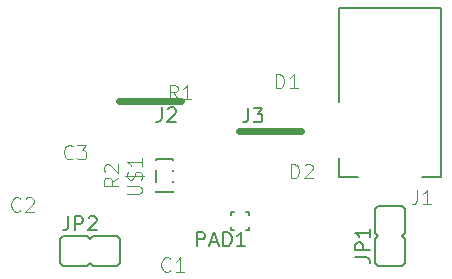
<source format=gbr>
G04 #@! TF.GenerationSoftware,KiCad,Pcbnew,(5.0.0)*
G04 #@! TF.CreationDate,2020-02-21T08:36:11-08:00*
G04 #@! TF.ProjectId,12V Power Circuit V4,31325620506F77657220436972637569,rev?*
G04 #@! TF.SameCoordinates,Original*
G04 #@! TF.FileFunction,Legend,Top*
G04 #@! TF.FilePolarity,Positive*
%FSLAX46Y46*%
G04 Gerber Fmt 4.6, Leading zero omitted, Abs format (unit mm)*
G04 Created by KiCad (PCBNEW (5.0.0)) date 02/21/20 08:36:11*
%MOMM*%
%LPD*%
G01*
G04 APERTURE LIST*
%ADD10C,0.152400*%
%ADD11C,0.203200*%
%ADD12C,0.609600*%
%ADD13C,0.150000*%
%ADD14C,0.101600*%
%ADD15C,0.127000*%
G04 APERTURE END LIST*
D10*
G04 #@! TO.C,U$1*
X144121100Y-108910600D02*
X144121100Y-108866600D01*
X144121100Y-106210600D02*
X144121100Y-106166600D01*
X145591100Y-106166600D02*
X145591100Y-106210600D01*
X145591100Y-108866600D02*
X145591100Y-108910600D01*
X145591100Y-107016600D02*
X145591100Y-107110600D01*
X145591100Y-107966600D02*
X145591100Y-108060600D01*
X144121100Y-108060600D02*
X144121100Y-107016600D01*
X145591100Y-108910600D02*
X144121100Y-108910600D01*
X144121100Y-106166600D02*
X145591100Y-106166600D01*
G04 #@! TO.C,JP1*
X162890100Y-115158600D02*
X164922100Y-115158600D01*
X162890100Y-115158600D02*
X162636100Y-114904600D01*
X162636100Y-112872600D02*
X162636100Y-114904600D01*
X162636100Y-110332600D02*
X162636100Y-112364600D01*
X162636100Y-110332600D02*
X162890100Y-110078600D01*
X164922100Y-110078600D02*
X162890100Y-110078600D01*
X165176100Y-110332600D02*
X165176100Y-112364600D01*
X165176100Y-110332600D02*
X164922100Y-110078600D01*
X164922100Y-115158600D02*
X165176100Y-114904600D01*
X165176100Y-112872600D02*
X165176100Y-114904600D01*
X164922100Y-112618600D02*
X165176100Y-112872600D01*
X164922100Y-112618600D02*
X165176100Y-112364600D01*
X162890100Y-112618600D02*
X162636100Y-112872600D01*
X162890100Y-112618600D02*
X162636100Y-112364600D01*
G04 #@! TO.C,JP2*
X135966100Y-112872600D02*
X135966100Y-114904600D01*
X135966100Y-112872600D02*
X136220100Y-112618600D01*
X138252100Y-112618600D02*
X136220100Y-112618600D01*
X140792100Y-112618600D02*
X138760100Y-112618600D01*
X140792100Y-112618600D02*
X141046100Y-112872600D01*
X141046100Y-114904600D02*
X141046100Y-112872600D01*
X140792100Y-115158600D02*
X138760100Y-115158600D01*
X140792100Y-115158600D02*
X141046100Y-114904600D01*
X135966100Y-114904600D02*
X136220100Y-115158600D01*
X138252100Y-115158600D02*
X136220100Y-115158600D01*
X138506100Y-114904600D02*
X138252100Y-115158600D01*
X138506100Y-114904600D02*
X138760100Y-115158600D01*
X138506100Y-112872600D02*
X138252100Y-112618600D01*
X138506100Y-112872600D02*
X138760100Y-112618600D01*
D11*
G04 #@! TO.C,J1*
X159606100Y-106028600D02*
X159606100Y-107628600D01*
X159606100Y-93328600D02*
X159606100Y-101278600D01*
X159606100Y-107628600D02*
X161206100Y-107628600D01*
X166606100Y-107628600D02*
X168206100Y-107628600D01*
X168206100Y-107628600D02*
X168206100Y-93328600D01*
X168206100Y-93328600D02*
X159606100Y-93328600D01*
D12*
G04 #@! TO.C,J2*
X146202300Y-101188600D02*
X140969900Y-101188600D01*
D10*
G04 #@! TO.C,PAD1*
X151968100Y-110586600D02*
X151968100Y-110840600D01*
X151714100Y-110586600D02*
X151968100Y-110586600D01*
X150444100Y-110586600D02*
X150698100Y-110586600D01*
X150444100Y-110840600D02*
X150444100Y-110586600D01*
X150444100Y-112110600D02*
X150698100Y-112110600D01*
X150444100Y-112110600D02*
X150444100Y-111856600D01*
X151968100Y-112110600D02*
X151968100Y-111856600D01*
X151968100Y-112110600D02*
X151714100Y-112110600D01*
D12*
G04 #@! TO.C,J3*
X151129900Y-103728600D02*
X156362300Y-103728600D01*
G04 #@! TO.C,@HOLE0*
D13*
G04 #@! TO.C,@HOLE1*
G04 #@! TO.C,@HOLE2*
G04 #@! TO.C,@HOLE3*
G04 #@! TO.C,U$1*
D14*
X141687147Y-109090298D02*
X142663838Y-109090298D01*
X142778742Y-109032845D01*
X142836195Y-108975393D01*
X142893647Y-108860488D01*
X142893647Y-108630679D01*
X142836195Y-108515774D01*
X142778742Y-108458321D01*
X142663838Y-108400869D01*
X141687147Y-108400869D01*
X142836195Y-107883798D02*
X142893647Y-107711440D01*
X142893647Y-107424179D01*
X142836195Y-107309274D01*
X142778742Y-107251821D01*
X142663838Y-107194369D01*
X142548933Y-107194369D01*
X142434028Y-107251821D01*
X142376576Y-107309274D01*
X142319123Y-107424179D01*
X142261671Y-107653988D01*
X142204219Y-107768893D01*
X142146766Y-107826345D01*
X142031861Y-107883798D01*
X141916957Y-107883798D01*
X141802052Y-107826345D01*
X141744600Y-107768893D01*
X141687147Y-107653988D01*
X141687147Y-107366726D01*
X141744600Y-107194369D01*
X141514790Y-107539083D02*
X143066004Y-107539083D01*
X142893647Y-106045321D02*
X142893647Y-106734750D01*
X142893647Y-106390036D02*
X141687147Y-106390036D01*
X141859504Y-106504940D01*
X141974409Y-106619845D01*
X142031861Y-106734750D01*
G04 #@! TO.C,D1*
X154269401Y-100131147D02*
X154269401Y-98924647D01*
X154556663Y-98924647D01*
X154729020Y-98982100D01*
X154843925Y-99097004D01*
X154901378Y-99211909D01*
X154958830Y-99441719D01*
X154958830Y-99614076D01*
X154901378Y-99843885D01*
X154843925Y-99958790D01*
X154729020Y-100073695D01*
X154556663Y-100131147D01*
X154269401Y-100131147D01*
X156107878Y-100131147D02*
X155418449Y-100131147D01*
X155763163Y-100131147D02*
X155763163Y-98924647D01*
X155648259Y-99097004D01*
X155533354Y-99211909D01*
X155418449Y-99269361D01*
G04 #@! TO.C,D2*
X155539401Y-107751147D02*
X155539401Y-106544647D01*
X155826663Y-106544647D01*
X155999020Y-106602100D01*
X156113925Y-106717004D01*
X156171378Y-106831909D01*
X156228830Y-107061719D01*
X156228830Y-107234076D01*
X156171378Y-107463885D01*
X156113925Y-107578790D01*
X155999020Y-107693695D01*
X155826663Y-107751147D01*
X155539401Y-107751147D01*
X156688449Y-106659552D02*
X156745901Y-106602100D01*
X156860806Y-106544647D01*
X157148068Y-106544647D01*
X157262973Y-106602100D01*
X157320425Y-106659552D01*
X157377878Y-106774457D01*
X157377878Y-106889361D01*
X157320425Y-107061719D01*
X156630997Y-107751147D01*
X157377878Y-107751147D01*
G04 #@! TO.C,C1*
X145316202Y-115557742D02*
X145258750Y-115615195D01*
X145086393Y-115672647D01*
X144971488Y-115672647D01*
X144799131Y-115615195D01*
X144684226Y-115500290D01*
X144626774Y-115385385D01*
X144569321Y-115155576D01*
X144569321Y-114983219D01*
X144626774Y-114753409D01*
X144684226Y-114638504D01*
X144799131Y-114523600D01*
X144971488Y-114466147D01*
X145086393Y-114466147D01*
X145258750Y-114523600D01*
X145316202Y-114581052D01*
X146465250Y-115672647D02*
X145775821Y-115672647D01*
X146120536Y-115672647D02*
X146120536Y-114466147D01*
X146005631Y-114638504D01*
X145890726Y-114753409D01*
X145775821Y-114810861D01*
G04 #@! TO.C,C2*
X132616202Y-110477742D02*
X132558750Y-110535195D01*
X132386393Y-110592647D01*
X132271488Y-110592647D01*
X132099131Y-110535195D01*
X131984226Y-110420290D01*
X131926774Y-110305385D01*
X131869321Y-110075576D01*
X131869321Y-109903219D01*
X131926774Y-109673409D01*
X131984226Y-109558504D01*
X132099131Y-109443600D01*
X132271488Y-109386147D01*
X132386393Y-109386147D01*
X132558750Y-109443600D01*
X132616202Y-109501052D01*
X133075821Y-109501052D02*
X133133274Y-109443600D01*
X133248179Y-109386147D01*
X133535440Y-109386147D01*
X133650345Y-109443600D01*
X133707798Y-109501052D01*
X133765250Y-109615957D01*
X133765250Y-109730861D01*
X133707798Y-109903219D01*
X133018369Y-110592647D01*
X133765250Y-110592647D01*
G04 #@! TO.C,C3*
X137061202Y-106032742D02*
X137003750Y-106090195D01*
X136831393Y-106147647D01*
X136716488Y-106147647D01*
X136544131Y-106090195D01*
X136429226Y-105975290D01*
X136371774Y-105860385D01*
X136314321Y-105630576D01*
X136314321Y-105458219D01*
X136371774Y-105228409D01*
X136429226Y-105113504D01*
X136544131Y-104998600D01*
X136716488Y-104941147D01*
X136831393Y-104941147D01*
X137003750Y-104998600D01*
X137061202Y-105056052D01*
X137463369Y-104941147D02*
X138210250Y-104941147D01*
X137808083Y-105400766D01*
X137980440Y-105400766D01*
X138095345Y-105458219D01*
X138152798Y-105515671D01*
X138210250Y-105630576D01*
X138210250Y-105917838D01*
X138152798Y-106032742D01*
X138095345Y-106090195D01*
X137980440Y-106147647D01*
X137635726Y-106147647D01*
X137520821Y-106090195D01*
X137463369Y-106032742D01*
G04 #@! TO.C,R1*
X145951202Y-101067647D02*
X145549036Y-100493123D01*
X145261774Y-101067647D02*
X145261774Y-99861147D01*
X145721393Y-99861147D01*
X145836298Y-99918600D01*
X145893750Y-99976052D01*
X145951202Y-100090957D01*
X145951202Y-100263314D01*
X145893750Y-100378219D01*
X145836298Y-100435671D01*
X145721393Y-100493123D01*
X145261774Y-100493123D01*
X147100250Y-101067647D02*
X146410821Y-101067647D01*
X146755536Y-101067647D02*
X146755536Y-99861147D01*
X146640631Y-100033504D01*
X146525726Y-100148409D01*
X146410821Y-100205861D01*
G04 #@! TO.C,R2*
X140925147Y-107713497D02*
X140350623Y-108115663D01*
X140925147Y-108402925D02*
X139718647Y-108402925D01*
X139718647Y-107943306D01*
X139776100Y-107828401D01*
X139833552Y-107770949D01*
X139948457Y-107713497D01*
X140120814Y-107713497D01*
X140235719Y-107770949D01*
X140293171Y-107828401D01*
X140350623Y-107943306D01*
X140350623Y-108402925D01*
X139833552Y-107253878D02*
X139776100Y-107196425D01*
X139718647Y-107081520D01*
X139718647Y-106794259D01*
X139776100Y-106679354D01*
X139833552Y-106621901D01*
X139948457Y-106564449D01*
X140063361Y-106564449D01*
X140235719Y-106621901D01*
X140925147Y-107311330D01*
X140925147Y-106564449D01*
G04 #@! TO.C,JP1*
D15*
X160991147Y-114444073D02*
X161852933Y-114444073D01*
X162025290Y-114501526D01*
X162140195Y-114616430D01*
X162197647Y-114788788D01*
X162197647Y-114903692D01*
X162197647Y-113869550D02*
X160991147Y-113869550D01*
X160991147Y-113409930D01*
X161048600Y-113295026D01*
X161106052Y-113237573D01*
X161220957Y-113180121D01*
X161393314Y-113180121D01*
X161508219Y-113237573D01*
X161565671Y-113295026D01*
X161623123Y-113409930D01*
X161623123Y-113869550D01*
X162197647Y-112031073D02*
X162197647Y-112720502D01*
X162197647Y-112375788D02*
X160991147Y-112375788D01*
X161163504Y-112490692D01*
X161278409Y-112605597D01*
X161335861Y-112720502D01*
G04 #@! TO.C,JP2*
X136680626Y-110973647D02*
X136680626Y-111835433D01*
X136623173Y-112007790D01*
X136508269Y-112122695D01*
X136335911Y-112180147D01*
X136221007Y-112180147D01*
X137255150Y-112180147D02*
X137255150Y-110973647D01*
X137714769Y-110973647D01*
X137829673Y-111031100D01*
X137887126Y-111088552D01*
X137944578Y-111203457D01*
X137944578Y-111375814D01*
X137887126Y-111490719D01*
X137829673Y-111548171D01*
X137714769Y-111605623D01*
X137255150Y-111605623D01*
X138404197Y-111088552D02*
X138461650Y-111031100D01*
X138576554Y-110973647D01*
X138863816Y-110973647D01*
X138978721Y-111031100D01*
X139036173Y-111088552D01*
X139093626Y-111203457D01*
X139093626Y-111318361D01*
X139036173Y-111490719D01*
X138346745Y-112180147D01*
X139093626Y-112180147D01*
G04 #@! TO.C,J1*
D14*
X166213750Y-108751147D02*
X166213750Y-109612933D01*
X166156298Y-109785290D01*
X166041393Y-109900195D01*
X165869036Y-109957647D01*
X165754131Y-109957647D01*
X167420250Y-109957647D02*
X166730821Y-109957647D01*
X167075536Y-109957647D02*
X167075536Y-108751147D01*
X166960631Y-108923504D01*
X166845726Y-109038409D01*
X166730821Y-109095861D01*
G04 #@! TO.C,J2*
D15*
X144607240Y-101766147D02*
X144607240Y-102627933D01*
X144549788Y-102800290D01*
X144434883Y-102915195D01*
X144262526Y-102972647D01*
X144147621Y-102972647D01*
X145124311Y-101881052D02*
X145181764Y-101823600D01*
X145296669Y-101766147D01*
X145583930Y-101766147D01*
X145698835Y-101823600D01*
X145756288Y-101881052D01*
X145813740Y-101995957D01*
X145813740Y-102110861D01*
X145756288Y-102283219D01*
X145066859Y-102972647D01*
X145813740Y-102972647D01*
G04 #@! TO.C,PAD1*
X147576621Y-113513647D02*
X147576621Y-112307147D01*
X148036240Y-112307147D01*
X148151145Y-112364600D01*
X148208597Y-112422052D01*
X148266050Y-112536957D01*
X148266050Y-112709314D01*
X148208597Y-112824219D01*
X148151145Y-112881671D01*
X148036240Y-112939123D01*
X147576621Y-112939123D01*
X148725669Y-113168933D02*
X149300192Y-113168933D01*
X148610764Y-113513647D02*
X149012930Y-112307147D01*
X149415097Y-113513647D01*
X149817264Y-113513647D02*
X149817264Y-112307147D01*
X150104526Y-112307147D01*
X150276883Y-112364600D01*
X150391788Y-112479504D01*
X150449240Y-112594409D01*
X150506692Y-112824219D01*
X150506692Y-112996576D01*
X150449240Y-113226385D01*
X150391788Y-113341290D01*
X150276883Y-113456195D01*
X150104526Y-113513647D01*
X149817264Y-113513647D01*
X151655740Y-113513647D02*
X150966311Y-113513647D01*
X151311026Y-113513647D02*
X151311026Y-112307147D01*
X151196121Y-112479504D01*
X151081216Y-112594409D01*
X150966311Y-112651861D01*
G04 #@! TO.C,J3*
X151920626Y-101829647D02*
X151920626Y-102691433D01*
X151863173Y-102863790D01*
X151748269Y-102978695D01*
X151575911Y-103036147D01*
X151461007Y-103036147D01*
X152380245Y-101829647D02*
X153127126Y-101829647D01*
X152724959Y-102289266D01*
X152897316Y-102289266D01*
X153012221Y-102346719D01*
X153069673Y-102404171D01*
X153127126Y-102519076D01*
X153127126Y-102806338D01*
X153069673Y-102921242D01*
X153012221Y-102978695D01*
X152897316Y-103036147D01*
X152552602Y-103036147D01*
X152437697Y-102978695D01*
X152380245Y-102921242D01*
G04 #@! TD*
M02*

</source>
